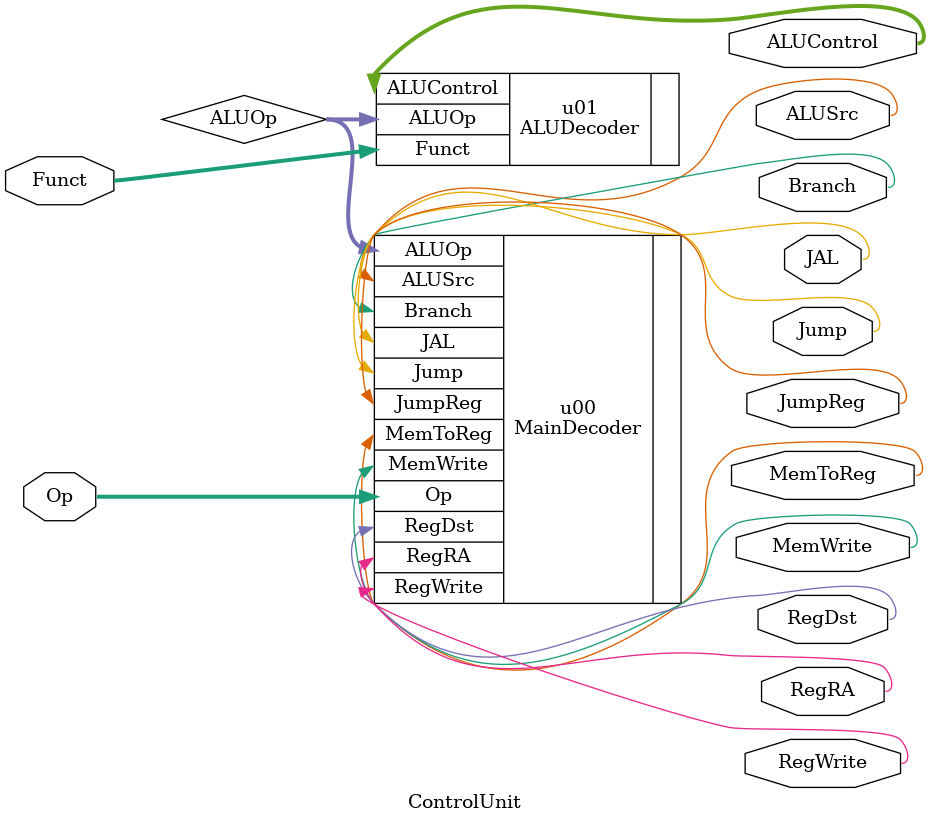
<source format=v>
`timescale 1ns / 1ps
module ControlUnit( input [2:0] Op,
							input [2:0] Funct,
							output MemToReg,
							output MemWrite,
							output Branch,
							output [2:0] ALUControl,
							output ALUSrc,
							output RegDst,
							output RegWrite,
							output Jump,
							output JAL,
							output JumpReg,
							output RegRA);
	
	wire [1:0] ALUOp;
	
	//instantiate main decoder for control unit
	MainDecoder u00 (.Op(Op),
						  .RegWrite(RegWrite),
						  .RegDst(RegDst),
						  .ALUSrc(ALUSrc),
						  .Branch(Branch),
						  .MemWrite(MemWrite),
						  .MemToReg(MemToReg),
						  .Jump(Jump),
						  .JAL(JAL),
						  .JumpReg(JumpReg),
						  .RegRA(RegRA),
						  .ALUOp(ALUOp)
						  );
	
	
	//instantiate Alu decoder for control unit
	ALUDecoder u01 (.Funct(Funct),
						 .ALUOp(ALUOp),
						 .ALUControl(ALUControl)
						 );

endmodule

</source>
